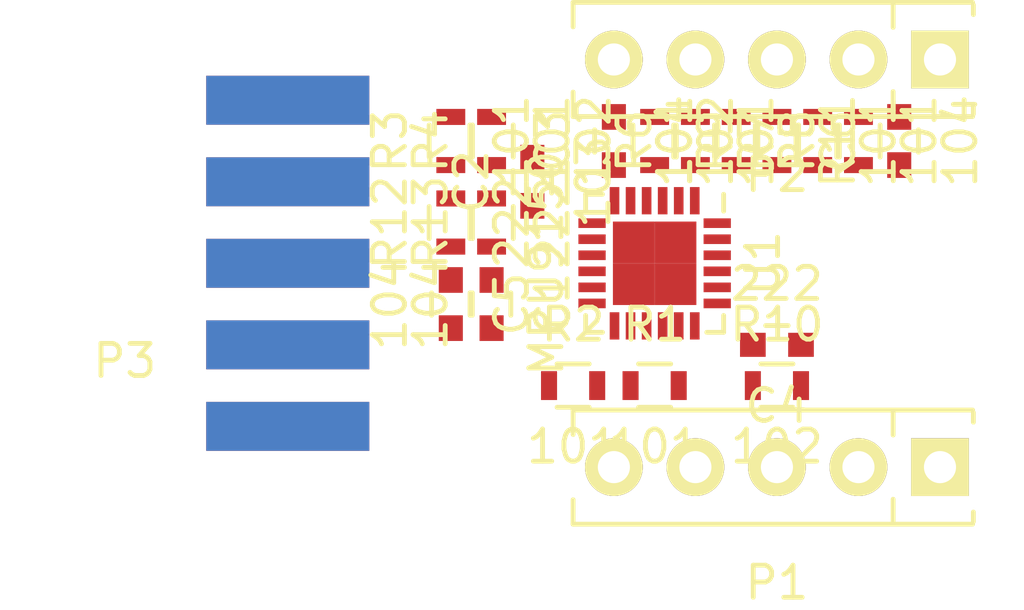
<source format=kicad_pcb>
(kicad_pcb (version 20221018) (generator pcbnew)
  (layers (0 "F.Cu" signal) (31 "B.Cu" signal) (34 "B.Paste" user) (35 "F.Paste" user) (36 "B.SilkS" user "B.Silkscreen") (37 "F.SilkS" user "F.Silkscreen") (38 "B.Mask" user) (39 "F.Mask" user) (44 "Edge.Cuts" user))
  (net 0 "")
  (net 1 "Net-(C1-Pad1)")
  (net 2 "GND")
  (net 3 "VDD")
  (net 4 "Net-(C4-Pad2)")
  (net 5 "Net-(P1-Pad2)")
  (net 6 "Net-(P1-Pad3)")
  (net 7 "Net-(P2-Pad2)")
  (net 8 "Net-(P2-Pad3)")
  (net 9 "CLKIN")
  (net 10 "Net-(P3-Pad3)")
  (net 11 "Net-(P3-Pad4)")
  (net 12 "/SCL")
  (net 13 "/SDA")
  (net 14 "Net-(P3-Pad7)")
  (net 15 "Net-(P3-Pad8)")
  (net 16 "Net-(P3-Pad9)")
  (net 17 "Net-(P3-Pad10)")
  (net 18 "Net-(R1-Pad1)")
  (net 19 "Net-(R2-Pad1)")
  (net 20 "Net-(R3-Pad2)")
  (net 21 "Net-(R4-Pad2)")
  (net 22 "Net-(R5-Pad1)")
  (net 23 "Net-(R6-Pad1)")
  (net 24 "Net-(R7-Pad1)")
  (net 25 "Net-(R8-Pad2)")
  (net 26 "Net-(U1-Pad2)")
  (net 27 "Net-(U1-Pad4)")
  (net 28 "Net-(U1-Pad5)")
  (net 29 "Net-(U1-Pad14)")
  (net 30 "Net-(U1-Pad16)")
  (net 31 "Net-(U1-Pad19)")
  (net 32 "Net-(U1-Pad21)")
  (net 33 "Net-(U1-Pad22)")
  (net 34 "Net-(P1-Pad4)")
  (footprint "Capacitors_SMD:C_0603" (layer "F.Cu") (at 142.24 90.17 -90)
    (fp_text reference "C1" (at 0 -1.9 270) (layer "F.SilkS"))
    (fp_text value "104" (at 0 1.9 270) (layer "F.SilkS"))
    (fp_line (start -0.35 -0.6) (end 0.35 -0.6) (stroke (width 0.15)) (layer "F.SilkS"))
    (fp_line (start 0.35 0.6) (end -0.35 0.6) (stroke (width 0.15)) (layer "F.SilkS"))
    (pad "1" smd rect (at -0.75 0 270) (size 0.8 0.75) (layers "F.Cu" "F.Paste" "F.Mask") (net 1 "Net-(C1-Pad1)"))
    (pad "2" smd rect (at 0.75 0 270) (size 0.8 0.75) (layers "F.Cu" "F.Paste" "F.Mask") (net 2 "GND"))
  )
  (footprint "Capacitors_SMD:C_0603" (layer "F.Cu") (at 143.51 86.36 90)
    (fp_text reference "C2" (at 0 -1.9 90) (layer "F.SilkS"))
    (fp_text value "103" (at 0 1.9 90) (layer "F.SilkS"))
    (fp_line (start -0.35 -0.6) (end 0.35 -0.6) (stroke (width 0.15)) (layer "F.SilkS"))
    (fp_line (start 0.35 0.6) (end -0.35 0.6) (stroke (width 0.15)) (layer "F.SilkS"))
    (pad "1" smd rect (at -0.75 0 90) (size 0.8 0.75) (layers "F.Cu" "F.Paste" "F.Mask") (net 3 "VDD"))
    (pad "2" smd rect (at 0.75 0 90) (size 0.8 0.75) (layers "F.Cu" "F.Paste" "F.Mask") (net 2 "GND"))
  )
  (footprint "Capacitors_SMD:C_0603" (layer "F.Cu") (at 146.05 85.09 90)
    (fp_text reference "C3" (at 0 -1.9 90) (layer "F.SilkS"))
    (fp_text value "104" (at 0 1.9 90) (layer "F.SilkS"))
    (fp_line (start -0.35 -0.6) (end 0.35 -0.6) (stroke (width 0.15)) (layer "F.SilkS"))
    (fp_line (start 0.35 0.6) (end -0.35 0.6) (stroke (width 0.15)) (layer "F.SilkS"))
    (pad "1" smd rect (at -0.75 0 90) (size 0.8 0.75) (layers "F.Cu" "F.Paste" "F.Mask") (net 3 "VDD"))
    (pad "2" smd rect (at 0.75 0 90) (size 0.8 0.75) (layers "F.Cu" "F.Paste" "F.Mask") (net 2 "GND"))
  )
  (footprint "Capacitors_SMD:C_0603" (layer "F.Cu") (at 151.13 91.44 180)
    (fp_text reference "C4" (at 0 -1.9 180) (layer "F.SilkS"))
    (fp_text value "222" (at 0 1.9 180) (layer "F.SilkS"))
    (fp_line (start -0.35 -0.6) (end 0.35 -0.6) (stroke (width 0.15)) (layer "F.SilkS"))
    (fp_line (start 0.35 0.6) (end -0.35 0.6) (stroke (width 0.15)) (layer "F.SilkS"))
    (pad "1" smd rect (at -0.75 0 180) (size 0.8 0.75) (layers "F.Cu" "F.Paste" "F.Mask") (net 2 "GND"))
    (pad "2" smd rect (at 0.75 0 180) (size 0.8 0.75) (layers "F.Cu" "F.Paste" "F.Mask") (net 4 "Net-(C4-Pad2)"))
  )
  (footprint "Capacitors_SMD:C_0603" (layer "F.Cu") (at 140.97 90.17 -90)
    (fp_text reference "C5" (at 0 -1.9 270) (layer "F.SilkS"))
    (fp_text value "104" (at 0 1.9 270) (layer "F.SilkS"))
    (fp_line (start -0.35 -0.6) (end 0.35 -0.6) (stroke (width 0.15)) (layer "F.SilkS"))
    (fp_line (start 0.35 0.6) (end -0.35 0.6) (stroke (width 0.15)) (layer "F.SilkS"))
    (pad "1" smd rect (at -0.75 0 270) (size 0.8 0.75) (layers "F.Cu" "F.Paste" "F.Mask") (net 3 "VDD"))
    (pad "2" smd rect (at 0.75 0 270) (size 0.8 0.75) (layers "F.Cu" "F.Paste" "F.Mask") (net 2 "GND"))
  )
  (footprint "Capacitors_SMD:C_0603" (layer "F.Cu") (at 154.94 85.09 90)
    (fp_text reference "C6" (at 0 -1.9 90) (layer "F.SilkS"))
    (fp_text value "104" (at 0 1.9 90) (layer "F.SilkS"))
    (fp_line (start -0.35 -0.6) (end 0.35 -0.6) (stroke (width 0.15)) (layer "F.SilkS"))
    (fp_line (start 0.35 0.6) (end -0.35 0.6) (stroke (width 0.15)) (layer "F.SilkS"))
    (pad "1" smd rect (at -0.75 0 90) (size 0.8 0.75) (layers "F.Cu" "F.Paste" "F.Mask") (net 3 "VDD"))
    (pad "2" smd rect (at 0.75 0 90) (size 0.8 0.75) (layers "F.Cu" "F.Paste" "F.Mask") (net 2 "GND"))
  )
  (footprint "Resistors_SMD:R_0603" (layer "F.Cu") (at 147.32 92.71)
    (fp_text reference "R1" (at 0 -1.9) (layer "F.SilkS"))
    (fp_text value "101" (at 0 1.9) (layer "F.SilkS"))
    (fp_line (start -0.5 -0.675) (end 0.5 -0.675) (stroke (width 0.15)) (layer "F.SilkS"))
    (fp_line (start 0.5 0.675) (end -0.5 0.675) (stroke (width 0.15)) (layer "F.SilkS"))
    (pad "1" smd rect (at -0.75 0) (size 0.5 0.9) (layers "F.Cu" "F.Paste" "F.Mask") (net 18 "Net-(R1-Pad1)"))
    (pad "2" smd rect (at 0.75 0) (size 0.5 0.9) (layers "F.Cu" "F.Paste" "F.Mask") (net 34 "Net-(P1-Pad4)"))
  )
  (footprint "Resistors_SMD:R_0603" (layer "F.Cu") (at 144.78 92.71)
    (fp_text reference "R2" (at 0 -1.9) (layer "F.SilkS"))
    (fp_text value "101" (at 0 1.9) (layer "F.SilkS"))
    (fp_line (start -0.5 -0.675) (end 0.5 -0.675) (stroke (width 0.15)) (layer "F.SilkS"))
    (fp_line (start 0.5 0.675) (end -0.5 0.675) (stroke (width 0.15)) (layer "F.SilkS"))
    (pad "1" smd rect (at -0.75 0) (size 0.5 0.9) (layers "F.Cu" "F.Paste" "F.Mask") (net 19 "Net-(R2-Pad1)"))
    (pad "2" smd rect (at 0.75 0) (size 0.5 0.9) (layers "F.Cu" "F.Paste" "F.Mask") (net 6 "Net-(P1-Pad3)"))
  )
  (footprint "Resistors_SMD:R_0603" (layer "F.Cu") (at 140.97 85.09 90)
    (fp_text reference "R3" (at 0 -1.9 90) (layer "F.SilkS"))
    (fp_text value "101" (at 0 1.9 90) (layer "F.SilkS"))
    (fp_line (start -0.5 -0.675) (end 0.5 -0.675) (stroke (width 0.15)) (layer "F.SilkS"))
    (fp_line (start 0.5 0.675) (end -0.5 0.675) (stroke (width 0.15)) (layer "F.SilkS"))
    (pad "1" smd rect (at -0.75 0 90) (size 0.5 0.9) (layers "F.Cu" "F.Paste" "F.Mask") (net 13 "/SDA"))
    (pad "2" smd rect (at 0.75 0 90) (size 0.5 0.9) (layers "F.Cu" "F.Paste" "F.Mask") (net 20 "Net-(R3-Pad2)"))
  )
  (footprint "Resistors_SMD:R_0603" (layer "F.Cu") (at 142.24 85.09 90)
    (fp_text reference "R4" (at 0 -1.9 90) (layer "F.SilkS"))
    (fp_text value "101" (at 0 1.9 90) (layer "F.SilkS"))
    (fp_line (start -0.5 -0.675) (end 0.5 -0.675) (stroke (width 0.15)) (layer "F.SilkS"))
    (fp_line (start 0.5 0.675) (end -0.5 0.675) (stroke (width 0.15)) (layer "F.SilkS"))
    (pad "1" smd rect (at -0.75 0 90) (size 0.5 0.9) (layers "F.Cu" "F.Paste" "F.Mask") (net 12 "/SCL"))
    (pad "2" smd rect (at 0.75 0 90) (size 0.5 0.9) (layers "F.Cu" "F.Paste" "F.Mask") (net 21 "Net-(R4-Pad2)"))
  )
  (footprint "Resistors_SMD:R_0603" (layer "F.Cu") (at 153.67 85.09 90)
    (fp_text reference "R5" (at 0 -1.9 90) (layer "F.SilkS"))
    (fp_text value "101" (at 0 1.9 90) (layer "F.SilkS"))
    (fp_line (start -0.5 -0.675) (end 0.5 -0.675) (stroke (width 0.15)) (layer "F.SilkS"))
    (fp_line (start 0.5 0.675) (end -0.5 0.675) (stroke (width 0.15)) (layer "F.SilkS"))
    (pad "1" smd rect (at -0.75 0 90) (size 0.5 0.9) (layers "F.Cu" "F.Paste" "F.Mask") (net 22 "Net-(R5-Pad1)"))
    (pad "2" smd rect (at 0.75 0 90) (size 0.5 0.9) (layers "F.Cu" "F.Paste" "F.Mask") (net 7 "Net-(P2-Pad2)"))
  )
  (footprint "Resistors_SMD:R_0603" (layer "F.Cu") (at 148.59 85.09 90)
    (fp_text reference "R6" (at 0 -1.9 90) (layer "F.SilkS"))
    (fp_text value "101" (at 0 1.9 90) (layer "F.SilkS"))
    (fp_line (start -0.5 -0.675) (end 0.5 -0.675) (stroke (width 0.15)) (layer "F.SilkS"))
    (fp_line (start 0.5 0.675) (end -0.5 0.675) (stroke (width 0.15)) (layer "F.SilkS"))
    (pad "1" smd rect (at -0.75 0 90) (size 0.5 0.9) (layers "F.Cu" "F.Paste" "F.Mask") (net 23 "Net-(R6-Pad1)"))
    (pad "2" smd rect (at 0.75 0 90) (size 0.5 0.9) (layers "F.Cu" "F.Paste" "F.Mask") (net 5 "Net-(P1-Pad2)"))
  )
  (footprint "Resistors_SMD:R_0603" (layer "F.Cu") (at 152.4 85.09 90)
    (fp_text reference "R7" (at 0 -1.9 90) (layer "F.SilkS"))
    (fp_text value "101" (at 0 1.9 90) (layer "F.SilkS"))
    (fp_line (start -0.5 -0.675) (end 0.5 -0.675) (stroke (width 0.15)) (layer "F.SilkS"))
    (fp_line (start 0.5 0.675) (end -0.5 0.675) (stroke (width 0.15)) (layer "F.SilkS"))
    (pad "1" smd rect (at -0.75 0 90) (size 0.5 0.9) (layers "F.Cu" "F.Paste" "F.Mask") (net 24 "Net-(R7-Pad1)"))
    (pad "2" smd rect (at 0.75 0 90) (size 0.5 0.9) (layers "F.Cu" "F.Paste" "F.Mask") (net 8 "Net-(P2-Pad3)"))
  )
  (footprint "Resistors_SMD:R_0603" (layer "F.Cu") (at 149.86 85.09 -90)
    (fp_text reference "R8" (at 0 -1.9 270) (layer "F.SilkS"))
    (fp_text value "101" (at 0 1.9 270) (layer "F.SilkS"))
    (fp_line (start -0.5 -0.675) (end 0.5 -0.675) (stroke (width 0.15)) (layer "F.SilkS"))
    (fp_line (start 0.5 0.675) (end -0.5 0.675) (stroke (width 0.15)) (layer "F.SilkS"))
    (pad "1" smd rect (at -0.75 0 270) (size 0.5 0.9) (layers "F.Cu" "F.Paste" "F.Mask") (net 9 "CLKIN"))
    (pad "2" smd rect (at 0.75 0 270) (size 0.5 0.9) (layers "F.Cu" "F.Paste" "F.Mask") (net 25 "Net-(R8-Pad2)"))
  )
  (footprint "Resistors_SMD:R_0603" (layer "F.Cu") (at 147.32 85.09 -90)
    (fp_text reference "R9" (at 0 -1.9 270) (layer "F.SilkS"))
    (fp_text value "102" (at 0 1.9 270) (layer "F.SilkS"))
    (fp_line (start -0.5 -0.675) (end 0.5 -0.675) (stroke (width 0.15)) (layer "F.SilkS"))
    (fp_line (start 0.5 0.675) (end -0.5 0.675) (stroke (width 0.15)) (layer "F.SilkS"))
    (pad "1" smd rect (at -0.75 0 270) (size 0.5 0.9) (layers "F.Cu" "F.Paste" "F.Mask") (net 5 "Net-(P1-Pad2)"))
    (pad "2" smd rect (at 0.75 0 270) (size 0.5 0.9) (layers "F.Cu" "F.Paste" "F.Mask") (net 2 "GND"))
  )
  (footprint "Resistors_SMD:R_0603" (layer "F.Cu") (at 151.13 92.71)
    (fp_text reference "R10" (at 0 -1.9) (layer "F.SilkS"))
    (fp_text value "102" (at 0 1.9) (layer "F.SilkS"))
    (fp_line (start -0.5 -0.675) (end 0.5 -0.675) (stroke (width 0.15)) (layer "F.SilkS"))
    (fp_line (start 0.5 0.675) (end -0.5 0.675) (stroke (width 0.15)) (layer "F.SilkS"))
    (pad "1" smd rect (at -0.75 0) (size 0.5 0.9) (layers "F.Cu" "F.Paste" "F.Mask") (net 8 "Net-(P2-Pad3)"))
    (pad "2" smd rect (at 0.75 0) (size 0.5 0.9) (layers "F.Cu" "F.Paste" "F.Mask") (net 2 "GND"))
  )
  (footprint "Resistors_SMD:R_0603" (layer "F.Cu") (at 151.13 85.09 -90)
    (fp_text reference "R11" (at 0 -1.9 270) (layer "F.SilkS"))
    (fp_text value "102" (at 0 1.9 270) (layer "F.SilkS"))
    (fp_line (start -0.5 -0.675) (end 0.5 -0.675) (stroke (width 0.15)) (layer "F.SilkS"))
    (fp_line (start 0.5 0.675) (end -0.5 0.675) (stroke (width 0.15)) (layer "F.SilkS"))
    (pad "1" smd rect (at -0.75 0 270) (size 0.5 0.9) (layers "F.Cu" "F.Paste" "F.Mask") (net 9 "CLKIN"))
    (pad "2" smd rect (at 0.75 0 270) (size 0.5 0.9) (layers "F.Cu" "F.Paste" "F.Mask") (net 2 "GND"))
  )
  (footprint "Resistors_SMD:R_0603" (layer "F.Cu") (at 140.97 87.63 90)
    (fp_text reference "R12" (at 0 -1.9 90) (layer "F.SilkS"))
    (fp_text value "222" (at 0 1.9 90) (layer "F.SilkS"))
    (fp_line (start -0.5 -0.675) (end 0.5 -0.675) (stroke (width 0.15)) (layer "F.SilkS"))
    (fp_line (start 0.5 0.675) (end -0.5 0.675) (stroke (width 0.15)) (layer "F.SilkS"))
    (pad "1" smd rect (at -0.75 0 90) (size 0.5 0.9) (layers "F.Cu" "F.Paste" "F.Mask") (net 3 "VDD"))
    (pad "2" smd rect (at 0.75 0 90) (size 0.5 0.9) (layers "F.Cu" "F.Paste" "F.Mask") (net 13 "/SDA"))
  )
  (footprint "Resistors_SMD:R_0603" (layer "F.Cu") (at 142.24 87.63 90)
    (fp_text reference "R13" (at 0 -1.9 90) (layer "F.SilkS"))
    (fp_text value "222" (at 0 1.9 90) (layer "F.SilkS"))
    (fp_line (start -0.5 -0.675) (end 0.5 -0.675) (stroke (width 0.15)) (layer "F.SilkS"))
    (fp_line (start 0.5 0.675) (end -0.5 0.675) (stroke (width 0.15)) (layer "F.SilkS"))
    (pad "1" smd rect (at -0.75 0 90) (size 0.5 0.9) (layers "F.Cu" "F.Paste" "F.Mask") (net 3 "VDD"))
    (pad "2" smd rect (at 0.75 0 90) (size 0.5 0.9) (layers "F.Cu" "F.Paste" "F.Mask") (net 12 "/SCL"))
  )
  (footprint "Housings_DFN_QFN:QFN-24-1EP_4x4mm_Pitch0.5mm" (layer "F.Cu") (at 147.32 88.9 -90)
    (fp_text reference "U1" (at 0 -3.375 270) (layer "F.SilkS"))
    (fp_text value "MPU9150" (at 0 3.375 270) (layer "F.SilkS"))
    (fp_line (start -2.15 -2.15) (end -1.625 -2.15) (stroke (width 0.15)) (layer "F.SilkS"))
    (fp_line (start -2.15 2.15) (end -2.15 1.625) (stroke (width 0.15)) (layer "F.SilkS"))
    (fp_line (start -2.15 2.15) (end -1.625 2.15) (stroke (width 0.15)) (layer "F.SilkS"))
    (fp_line (start 2.15 -2.15) (end 1.625 -2.15) (stroke (width 0.15)) (layer "F.SilkS"))
    (fp_line (start 2.15 -2.15) (end 2.15 -1.625) (stroke (width 0.15)) (layer "F.SilkS"))
    (fp_line (start 2.15 2.15) (end 1.625 2.15) (stroke (width 0.15)) (layer "F.SilkS"))
    (fp_line (start 2.15 2.15) (end 2.15 1.625) (stroke (width 0.15)) (layer "F.SilkS"))
    (pad "1" smd rect (at -1.95 -1.25 270) (size 0.85 0.3) (layers "F.Cu" "F.Paste" "F.Mask") (net 25 "Net-(R8-Pad2)"))
    (pad "2" smd rect (at -1.95 -0.75 270) (size 0.85 0.3) (layers "F.Cu" "F.Paste" "F.Mask") (net 26 "Net-(U1-Pad2)"))
    (pad "3" smd rect (at -1.95 -0.25 270) (size 0.85 0.3) (layers "F.Cu" "F.Paste" "F.Mask") (net 3 "VDD"))
    (pad "4" smd rect (at -1.95 0.25 270) (size 0.85 0.3) (layers "F.Cu" "F.Paste" "F.Mask") (net 27 "Net-(U1-Pad4)"))
    (pad "5" smd rect (at -1.95 0.75 270) (size 0.85 0.3) (layers "F.Cu" "F.Paste" "F.Mask") (net 28 "Net-(U1-Pad5)"))
    (pad "6" smd rect (at -1.95 1.25 270) (size 0.85 0.3) (layers "F.Cu" "F.Paste" "F.Mask") (net 18 "Net-(R1-Pad1)"))
    (pad "7" smd rect (at -1.25 1.95) (size 0.85 0.3) (layers "F.Cu" "F.Paste" "F.Mask") (net 19 "Net-(R2-Pad1)"))
    (pad "8" smd rect (at -0.75 1.95) (size 0.85 0.3) (layers "F.Cu" "F.Paste" "F.Mask") (net 3 "VDD"))
    (pad "9" smd rect (at -0.25 1.95) (size 0.85 0.3) (layers "F.Cu" "F.Paste" "F.Mask") (net 23 "Net-(R6-Pad1)"))
    (pad "10" smd rect (at 0.25 1.95) (size 0.85 0.3) (layers "F.Cu" "F.Paste" "F.Mask") (net 1 "Net-(C1-Pad1)"))
    (pad "11" smd rect (at 0.75 1.95) (size 0.85 0.3) (layers "F.Cu" "F.Paste" "F.Mask") (net 24 "Net-(R7-Pad1)"))
    (pad "12" smd rect (at 1.25 1.95) (size 0.85 0.3) (layers "F.Cu" "F.Paste" "F.Mask") (net 22 "Net-(R5-Pad1)"))
    (pad "13" smd rect (at 1.95 1.25 270) (size 0.85 0.3) (layers "F.Cu" "F.Paste" "F.Mask") (net 3 "VDD"))
    (pad "14" smd rect (at 1.95 0.75 270) (size 0.85 0.3) (layers "F.Cu" "F.Paste" "F.Mask") (net 29 "Net-(U1-Pad14)"))
    (pad "15" smd rect (at 1.95 0.25 270) (size 0.85 0.3) (layers "F.Cu" "F.Paste" "F.Mask") (net 2 "GND"))
    (pad "16" smd rect (at 1.95 -0.25 270) (size 0.85 0.3) (layers "F.Cu" "F.Paste" "F.Mask") (net 30 "Net-(U1-Pad16)"))
    (pad "17" smd rect (at 1.95 -0.75 270) (size 0.85 0.3) (layers "F.Cu" "F.Paste" "F.Mask") (net 2 "GND"))
    (pad "18" smd rect (at 1.95 -1.25 270) (size 0.85 0.3) (layers "F.Cu" "F.Paste" "F.Mask") (net 2 "GND"))
    (pad "19" smd rect (at 1.25 -1.95) (size 0.85 0.3) (layers "F.Cu" "F.Paste" "F.Mask") (net 31 "Net-(U1-Pad19)"))
    (pad "20" smd rect (at 0.75 -1.95) (size 0.85 0.3) (layers "F.Cu" "F.Paste" "F.Mask") (net 4 "Net-(C4-Pad2)"))
    (pad "21" smd rect (at 0.25 -1.95) (size 0.85 0.3) (layers "F.Cu" "F.Paste" "F.Mask") (net 32 "Net-(U1-Pad21)"))
    (pad "22" smd rect (at -0.25 -1.95) (size 0.85 0.3) (layers "F.Cu" "F.Paste" "F.Mask") (net 33 "Net-(U1-Pad22)"))
    (pad "23" smd rect (at -0.75 -1.95) (size 0.85 0.3) (layers "F.Cu" "F.Paste" "F.Mask") (net 21 "Net-(R4-Pad2)"))
    (pad "24" smd rect (at -1.25 -1.95) (size 0.85 0.3) (layers "F.Cu" "F.Paste" "F.Mask") (net 20 "Net-(R3-Pad2)"))
    (pad "25" smd rect (at -0.65 -0.65 270) (size 1.3 1.3) (layers "F.Cu" "F.Paste" "F.Mask"))
    (pad "25" smd rect (at -0.65 0.65 270) (size 1.3 1.3) (layers "F.Cu" "F.Paste" "F.Mask"))
    (pad "25" smd rect (at 0.65 -0.65 270) (size 1.3 1.3) (layers "F.Cu" "F.Paste" "F.Mask"))
    (pad "25" smd rect (at 0.65 0.65 270) (size 1.3 1.3) (layers "F.Cu" "F.Paste" "F.Mask"))
  )
  (footprint "sips:SIP5_Housing" (layer "F.Cu") (at 151.13 95.25 180)
    (fp_text reference "P1" (at 0 -3.6 180) (layer "F.SilkS"))
    (fp_text value "CONN_01X05" hide)
    (fp_line (start -6.12 -1.7) (end -6.12 -1.4) (stroke (width 0.15)) (layer "F.SilkS"))
    (fp_line (start -6.12 1.7) (end -6.12 1.4) (stroke (width 0.15)) (layer "F.SilkS"))
    (fp_line (start -6.096 -1.778) (end 6.35 -1.778) (stroke (width 0.15)) (layer "F.SilkS"))
    (fp_line (start -3.62 -1.7) (end -3.62 -1) (stroke (width 0.15)) (layer "F.SilkS"))
    (fp_line (start -3.62 1.7) (end -3.62 1) (stroke (width 0.15)) (layer "F.SilkS"))
    (fp_line (start 6.35 -1.778) (end 6.35 -1.016) (stroke (width 0.15)) (layer "F.SilkS"))
    (fp_line (start 6.35 1.016) (end 6.35 1.778) (stroke (width 0.15)) (layer "F.SilkS"))
    (fp_line (start 6.35 1.778) (end -6.096 1.778) (stroke (width 0.15)) (layer "F.SilkS"))
    (pad "1" thru_hole rect (at -5.08 0 270) (size 1.8 1.8) (drill 1) (layers "*.Cu" "*.Mask" "F.SilkS") (net 2 "GND"))
    (pad "2" thru_hole circle (at -2.54 0 270) (size 1.8 1.8) (drill 1) (layers "*.Cu" "*.Mask" "F.SilkS") (net 5 "Net-(P1-Pad2)"))
    (pad "3" thru_hole circle (at 0 0 270) (size 1.8 1.8) (drill 1) (layers "*.Cu" "*.Mask" "F.SilkS") (net 6 "Net-(P1-Pad3)"))
    (pad "4" thru_hole circle (at 2.54 0 270) (size 1.8 1.8) (drill 1) (layers "*.Cu" "*.Mask" "F.SilkS") (net 34 "Net-(P1-Pad4)"))
    (pad "5" thru_hole circle (at 5.08 0 270) (size 1.8 1.8) (drill 1) (layers "*.Cu" "*.Mask" "F.SilkS") (net 3 "VDD"))
  )
  (footprint "sips:SIP5_Housing" (layer "F.Cu") (at 151.13 82.55 180)
    (fp_text reference "P2" (at 0 -3.6 180) (layer "F.SilkS"))
    (fp_text value "CONN_01X05" hide)
    (fp_line (start -6.12 -1.7) (end -6.12 -1.4) (stroke (width 0.15)) (layer "F.SilkS"))
    (fp_line (start -6.12 1.7) (end -6.12 1.4) (stroke (width 0.15)) (layer "F.SilkS"))
    (fp_line (start -6.096 -1.778) (end 6.35 -1.778) (stroke (width 0.15)) (layer "F.SilkS"))
    (fp_line (start -3.62 -1.7) (end -3.62 -1) (stroke (width 0.15)) (layer "F.SilkS"))
    (fp_line (start -3.62 1.7) (end -3.62 1) (stroke (width 0.15)) (layer "F.SilkS"))
    (fp_line (start 6.35 -1.778) (end 6.35 -1.016) (stroke (width 0.15)) (layer "F.SilkS"))
    (fp_line (start 6.35 1.016) (end 6.35 1.778) (stroke (width 0.15)) (layer "F.SilkS"))
    (fp_line (start 6.35 1.778) (end -6.096 1.778) (stroke (width 0.15)) (layer "F.SilkS"))
    (pad "1" thru_hole rect (at -5.08 0 270) (size 1.8 1.8) (drill 1) (layers "*.Cu" "*.Mask" "F.SilkS") (net 3 "VDD"))
    (pad "2" thru_hole circle (at -2.54 0 270) (size 1.8 1.8) (drill 1) (layers "*.Cu" "*.Mask" "F.SilkS") (net 7 "Net-(P2-Pad2)"))
    (pad "3" thru_hole circle (at 0 0 270) (size 1.8 1.8) (drill 1) (layers "*.Cu" "*.Mask" "F.SilkS") (net 8 "Net-(P2-Pad3)"))
    (pad "4" thru_hole circle (at 2.54 0 270) (size 1.8 1.8) (drill 1) (layers "*.Cu" "*.Mask" "F.SilkS") (net 9 "CLKIN"))
    (pad "5" thru_hole circle (at 5.08 0 270) (size 1.8 1.8) (drill 1) (layers "*.Cu" "*.Mask" "F.SilkS") (net 2 "GND"))
  )
  (footprint "sips:UEXTF" (layer "F.Cu") (at 130.81 88.9)
    (fp_text reference "P3" (at 0 3.04) (layer "F.SilkS"))
    (fp_text value "HE10-10")
    (pad "1" smd rect (at 5.08 -5.08) (size 5.08 1.524) (layers "F.Cu" "F.Paste" "F.Mask") (net 3 "VDD"))
    (pad "2" smd rect (at 5.08 -5.08) (size 5.08 1.524) (layers "B.Cu" "F.Paste" "F.Mask") (net 2 "GND"))
    (pad "3" smd rect (at 5.08 -2.54) (size 5.08 1.524) (layers "F.Cu" "F.Paste" "F.Mask") (net 10 "Net-(P3-Pad3)"))
    (pad "4" smd rect (at 5.08 -2.54) (size 5.08 1.524) (layers "B.Cu" "F.Paste" "F.Mask") (net 11 "Net-(P3-Pad4)"))
    (pad "5" smd rect (at 5.08 0) (size 5.08 1.524) (layers "F.Cu" "F.Paste" "F.Mask") (net 12 "/SCL"))
    (pad "6" smd rect (at 5.08 0) (size 5.08 1.524) (layers "B.Cu" "F.Paste" "F.Mask") (net 13 "/SDA"))
    (pad "7" smd rect (at 5.08 2.54) (size 5.08 1.524) (layers "F.Cu" "F.Paste" "F.Mask") (net 14 "Net-(P3-Pad7)"))
    (pad "8" smd rect (at 5.08 2.54) (size 5.08 1.524) (layers "B.Cu" "F.Paste" "F.Mask") (net 15 "Net-(P3-Pad8)"))
    (pad "9" smd rect (at 5.08 5.08) (size 5.08 1.524) (layers "F.Cu" "F.Paste" "F.Mask") (net 16 "Net-(P3-Pad9)"))
    (pad "10" smd rect (at 5.08 5.08) (size 5.08 1.524) (layers "B.Cu" "F.Paste" "F.Mask") (net 17 "Net-(P3-Pad10)"))
  )
)
</source>
